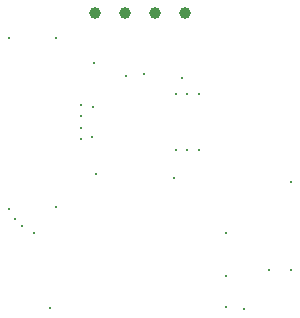
<source format=gbr>
%TF.GenerationSoftware,KiCad,Pcbnew,8.0.7*%
%TF.CreationDate,2024-12-28T17:49:12+01:00*%
%TF.ProjectId,usb-c-power-meter,7573622d-632d-4706-9f77-65722d6d6574,rev?*%
%TF.SameCoordinates,Original*%
%TF.FileFunction,Plated,1,2,PTH,Drill*%
%TF.FilePolarity,Positive*%
%FSLAX46Y46*%
G04 Gerber Fmt 4.6, Leading zero omitted, Abs format (unit mm)*
G04 Created by KiCad (PCBNEW 8.0.7) date 2024-12-28 17:49:12*
%MOMM*%
%LPD*%
G01*
G04 APERTURE LIST*
%TA.AperFunction,ViaDrill*%
%ADD10C,0.300000*%
%TD*%
%TA.AperFunction,ComponentDrill*%
%ADD11C,1.000000*%
%TD*%
G04 APERTURE END LIST*
D10*
X143095600Y-114742000D03*
X143121000Y-100264000D03*
X143629000Y-115600000D03*
X144200000Y-116200000D03*
X145200000Y-116800000D03*
X146550000Y-123124000D03*
X147058000Y-100264000D03*
X147058000Y-114615000D03*
X149200000Y-106000000D03*
X149200000Y-106900000D03*
X149200000Y-107900000D03*
X149200000Y-108800000D03*
X150100000Y-108700000D03*
X150200000Y-106100000D03*
X150300000Y-102400000D03*
X150500000Y-111800000D03*
X153000000Y-103500000D03*
X154500000Y-103300000D03*
X157065600Y-112100400D03*
X157200000Y-105000000D03*
X157200000Y-109800000D03*
X157726000Y-103693000D03*
X158200000Y-105000000D03*
X158200000Y-109800000D03*
X159200000Y-105000000D03*
X159200000Y-109800000D03*
X161500000Y-116800000D03*
X161500000Y-120400000D03*
X161500000Y-123100000D03*
X163000000Y-123200000D03*
X165135000Y-119949000D03*
X166997000Y-112456000D03*
X166997000Y-119949000D03*
D11*
%TO.C,J3*%
X150390000Y-98200000D03*
X152930000Y-98200000D03*
X155470000Y-98200000D03*
X158010000Y-98200000D03*
M02*

</source>
